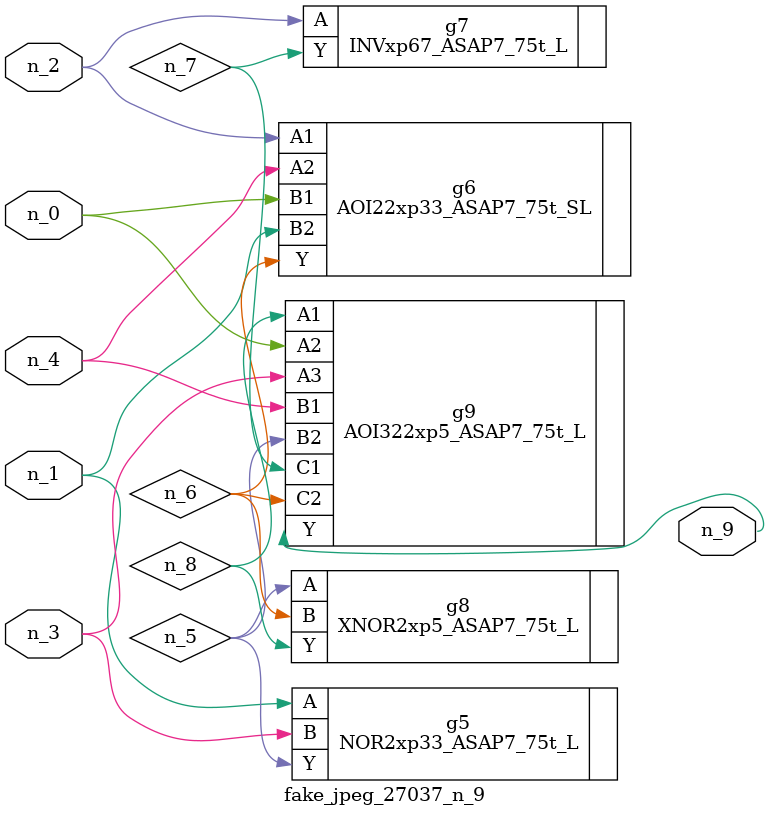
<source format=v>
module fake_jpeg_27037_n_9 (n_3, n_2, n_1, n_0, n_4, n_9);

input n_3;
input n_2;
input n_1;
input n_0;
input n_4;

output n_9;

wire n_8;
wire n_6;
wire n_5;
wire n_7;

NOR2xp33_ASAP7_75t_L g5 ( 
.A(n_1),
.B(n_3),
.Y(n_5)
);

AOI22xp33_ASAP7_75t_SL g6 ( 
.A1(n_2),
.A2(n_4),
.B1(n_0),
.B2(n_1),
.Y(n_6)
);

INVxp67_ASAP7_75t_L g7 ( 
.A(n_2),
.Y(n_7)
);

XNOR2xp5_ASAP7_75t_L g8 ( 
.A(n_5),
.B(n_6),
.Y(n_8)
);

AOI322xp5_ASAP7_75t_L g9 ( 
.A1(n_8),
.A2(n_0),
.A3(n_3),
.B1(n_4),
.B2(n_5),
.C1(n_7),
.C2(n_6),
.Y(n_9)
);


endmodule
</source>
